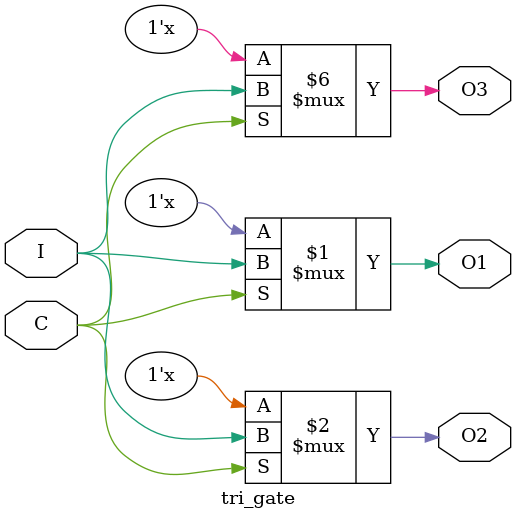
<source format=v>

module tri_gate (I,C,O1,O2,O3);
input  I,C;			// ¤@¦ì¤¸¿é¤J
output O1,O2,O3;		// ¤@¦ì¤¸¿é¥X 
reg    O3;			// «Å§i¬°¼È¦s¾¹¸ê®Æ

// ¨Ï¥ÎÅÞ¿è¹h¼h¦¸±Ô­z
bufif1 (O1, I, C); 

// ¨Ï¥Î assign ±Ô­z
assign O2 = C ? I : 1'bz;

// ¨Ï¥Î if ±Ô­z
always@ (C or I)
  if (C == 1)	O3 = I;
  else		O3 = 1'bz;

endmodule

</source>
